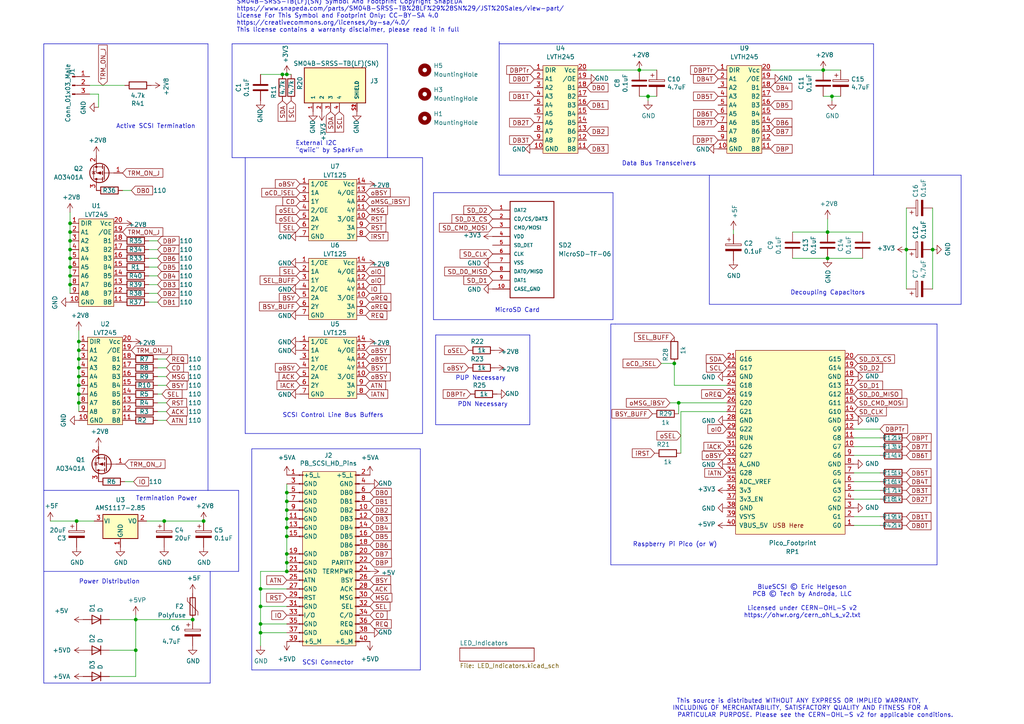
<source format=kicad_sch>
(kicad_sch (version 20231120) (generator "eeschema") (generator_version "8.0")
  (paper "A4")
  (title_block (title "BlueSCSI V2, PowerBook 2023_10a") (date "October 2023") (company "Tech by Androda, LLC"))
  (junction (at 75.565 183.515))
  (junction (at 22.225 151.13))
  (junction (at 270.51 72.39))
  (junction (at 39.37 188.595))
  (junction (at 22.86 111.76))
  (junction (at 20.32 64.77))
  (junction (at 187.96 27.94))
  (junction (at 22.86 114.3))
  (junction (at 240.03 74.93))
  (junction (at 20.32 69.85))
  (junction (at 55.88 179.705))
  (junction (at 39.37 179.705))
  (junction (at 22.86 101.6))
  (junction (at 83.185 21.59))
  (junction (at 240.03 67.31))
  (junction (at 20.32 77.47))
  (junction (at 195.58 105.41))
  (junction (at 22.86 116.84))
  (junction (at 83.185 145.415))
  (junction (at 81.915 21.59))
  (junction (at 83.185 142.875))
  (junction (at 83.185 155.575))
  (junction (at 22.86 104.14))
  (junction (at 20.32 67.31))
  (junction (at 83.185 160.655))
  (junction (at 185.42 20.32))
  (junction (at 59.055 151.13))
  (junction (at 238.76 20.32))
  (junction (at 22.86 99.06))
  (junction (at 47.625 151.13))
  (junction (at 262.89 72.39))
  (junction (at 20.32 72.39))
  (junction (at 75.565 175.895))
  (junction (at 83.185 147.955))
  (junction (at 83.185 165.735))
  (junction (at 75.565 170.815))
  (junction (at 196.85 116.84))
  (junction (at 241.3 27.94))
  (junction (at 83.185 163.195))
  (junction (at 20.32 82.55))
  (junction (at 75.565 180.975))
  (junction (at 22.86 109.22))
  (junction (at 83.185 153.035))
  (junction (at 20.32 74.93))
  (junction (at 20.32 80.01))
  (junction (at 83.185 150.495))
  (junction (at 22.86 106.68))
  (wire (pts (xy 194.31 116.84) (xy 196.85 116.84)))
  (wire (pts (xy 75.565 170.815) (xy 75.565 165.735)))
  (wire (pts (xy 185.42 20.32) (xy 170.18 20.32)))
  (polyline (pts (xy 12.7 142.24) (xy 12.7 165.735)))
  (polyline (pts (xy 278.765 50.8) (xy 253.365 50.8)))
  (wire (pts (xy 22.86 111.76) (xy 22.86 114.3)))
  (polyline (pts (xy 12.7 12.7) (xy 60.325 12.7)))
  (wire (pts (xy 83.185 153.035) (xy 83.185 155.575)))
  (polyline (pts (xy 12.7 165.735) (xy 12.7 198.12)))
  (wire (pts (xy 75.565 180.975) (xy 75.565 175.895)))
  (wire (pts (xy 75.565 170.815) (xy 75.565 175.895)))
  (wire (pts (xy 241.3 27.94) (xy 241.3 29.21)))
  (polyline (pts (xy 278.765 88.265) (xy 278.765 50.8)))
  (polyline (pts (xy 126.365 97.155) (xy 153.67 97.155)))
  (polyline (pts (xy 205.74 50.8) (xy 205.74 88.265)))
  (polyline (pts (xy 125.73 92.71) (xy 177.8 92.71)))
  (wire (pts (xy 75.565 183.515) (xy 75.565 180.975)))
  (wire (pts (xy 45.72 114.3) (xy 46.99 114.3)))
  (wire (pts (xy 238.76 27.94) (xy 241.3 27.94)))
  (wire (pts (xy 185.42 27.94) (xy 187.96 27.94)))
  (wire (pts (xy 270.51 72.39) (xy 270.51 83.82)))
  (polyline (pts (xy 177.165 93.98) (xy 178.435 93.98)))
  (wire (pts (xy 240.03 74.93) (xy 250.19 74.93)))
  (wire (pts (xy 229.87 67.31) (xy 240.03 67.31)))
  (wire (pts (xy 43.18 87.63) (xy 45.72 87.63)))
  (wire (pts (xy 20.32 77.47) (xy 20.32 80.01)))
  (wire (pts (xy 262.89 72.39) (xy 262.89 83.82)))
  (polyline (pts (xy 271.78 163.83) (xy 177.165 163.83)))
  (polyline (pts (xy 69.215 165.735) (xy 69.215 142.24)))
  (polyline (pts (xy 12.7 12.7) (xy 12.7 142.24)))
  (wire (pts (xy 20.32 72.39) (xy 20.32 74.93)))
  (wire (pts (xy 247.65 139.7) (xy 255.27 139.7)))
  (wire (pts (xy 270.51 60.325) (xy 270.51 72.39)))
  (wire (pts (xy 247.65 149.86) (xy 255.27 149.86)))
  (wire (pts (xy 75.565 165.735) (xy 83.185 165.735)))
  (wire (pts (xy 247.65 132.08) (xy 255.27 132.08)))
  (polyline (pts (xy 205.74 88.265) (xy 278.765 88.265)))
  (polyline (pts (xy 177.165 163.83) (xy 177.165 93.98)))
  (wire (pts (xy 48.26 109.22) (xy 45.72 109.22)))
  (wire (pts (xy 20.32 61.595) (xy 20.32 64.77)))
  (wire (pts (xy 197.485 131.445) (xy 197.485 119.38)))
  (wire (pts (xy 247.65 142.24) (xy 255.27 142.24)))
  (wire (pts (xy 83.185 183.515) (xy 75.565 183.515)))
  (wire (pts (xy 43.18 85.09) (xy 45.72 85.09)))
  (wire (pts (xy 31.75 188.595) (xy 39.37 188.595)))
  (wire (pts (xy 210.82 111.76) (xy 195.58 111.76)))
  (wire (pts (xy 14.605 151.13) (xy 22.225 151.13)))
  (polyline (pts (xy 126.365 97.155) (xy 126.365 123.19)))
  (wire (pts (xy 185.42 20.32) (xy 190.5 20.32)))
  (wire (pts (xy 191.77 105.41) (xy 195.58 105.41)))
  (polyline (pts (xy 71.12 125.73) (xy 122.555 125.73)))
  (polyline (pts (xy 12.7 165.735) (xy 69.215 165.735)))
  (wire (pts (xy 45.72 104.14) (xy 48.26 104.14)))
  (wire (pts (xy 75.565 175.895) (xy 83.185 175.895)))
  (polyline (pts (xy 125.73 55.88) (xy 177.8 55.88)))
  (wire (pts (xy 81.915 21.59) (xy 83.185 21.59)))
  (wire (pts (xy 20.32 69.85) (xy 20.32 72.39)))
  (wire (pts (xy 43.18 72.39) (xy 45.72 72.39)))
  (wire (pts (xy 38.735 139.7) (xy 36.195 139.7)))
  (wire (pts (xy 22.86 109.22) (xy 22.86 111.76)))
  (wire (pts (xy 75.565 183.515) (xy 75.565 187.325)))
  (wire (pts (xy 45.72 80.01) (xy 43.18 80.01)))
  (wire (pts (xy 28.575 27.305) (xy 28.575 31.115)))
  (wire (pts (xy 187.96 27.94) (xy 187.96 29.21)))
  (wire (pts (xy 45.72 82.55) (xy 43.18 82.55)))
  (wire (pts (xy 22.86 101.6) (xy 22.86 104.14)))
  (wire (pts (xy 195.58 111.76) (xy 195.58 105.41)))
  (wire (pts (xy 83.185 147.955) (xy 83.185 150.495)))
  (wire (pts (xy 212.725 66.675) (xy 212.725 67.945)))
  (wire (pts (xy 45.72 116.84) (xy 48.26 116.84)))
  (wire (pts (xy 36.195 24.765) (xy 26.035 24.765)))
  (wire (pts (xy 83.185 21.59) (xy 84.455 21.59)))
  (wire (pts (xy 196.85 116.84) (xy 210.82 116.84)))
  (polyline (pts (xy 125.73 55.88) (xy 125.73 92.71)))
  (polyline (pts (xy 73.025 194.31) (xy 121.92 194.31)))
  (polyline (pts (xy 69.215 142.24) (xy 60.325 142.24)))
  (polyline (pts (xy 144.78 12.065) (xy 144.78 50.8)))
  (polyline (pts (xy 67.31 12.7) (xy 67.31 45.72)))
  (wire (pts (xy 20.32 82.55) (xy 20.32 85.09)))
  (wire (pts (xy 83.185 170.815) (xy 75.565 170.815)))
  (wire (pts (xy 20.32 64.77) (xy 20.32 67.31)))
  (wire (pts (xy 22.86 104.14) (xy 22.86 106.68)))
  (polyline (pts (xy 121.92 130.175) (xy 73.025 130.175)))
  (wire (pts (xy 22.86 116.84) (xy 22.86 119.38)))
  (wire (pts (xy 20.32 67.31) (xy 20.32 69.85)))
  (wire (pts (xy 22.225 151.13) (xy 27.305 151.13)))
  (wire (pts (xy 83.185 145.415) (xy 83.185 147.955)))
  (wire (pts (xy 47.625 151.13) (xy 59.055 151.13)))
  (wire (pts (xy 83.185 142.875) (xy 83.185 145.415)))
  (wire (pts (xy 240.03 67.31) (xy 250.19 67.31)))
  (wire (pts (xy 39.37 178.435) (xy 39.37 179.705)))
  (wire (pts (xy 247.65 137.16) (xy 255.27 137.16)))
  (wire (pts (xy 31.75 179.705) (xy 39.37 179.705)))
  (polyline (pts (xy 121.92 194.31) (xy 121.92 130.175)))
  (wire (pts (xy 187.96 27.94) (xy 190.5 27.94)))
  (polyline (pts (xy 253.365 12.7) (xy 253.365 50.8)))
  (wire (pts (xy 38.1 55.245) (xy 35.56 55.245)))
  (polyline (pts (xy 126.365 123.19) (xy 153.67 123.19)))
  (polyline (pts (xy 71.12 45.72) (xy 71.12 125.73)))
  (polyline (pts (xy 12.7 198.12) (xy 60.96 198.12)))
  (wire (pts (xy 22.86 99.06) (xy 22.86 101.6)))
  (wire (pts (xy 42.545 151.13) (xy 47.625 151.13)))
  (wire (pts (xy 240.03 63.5) (xy 240.03 67.31)))
  (wire (pts (xy 262.89 60.325) (xy 262.89 72.39)))
  (wire (pts (xy 83.185 160.655) (xy 83.185 163.195)))
  (polyline (pts (xy 67.31 12.7) (xy 112.395 12.7)))
  (wire (pts (xy 196.85 120.015) (xy 196.85 116.84)))
  (wire (pts (xy 247.65 144.78) (xy 255.27 144.78)))
  (wire (pts (xy 48.26 111.76) (xy 45.72 111.76)))
  (wire (pts (xy 31.75 196.215) (xy 39.37 196.215)))
  (polyline (pts (xy 177.8 92.71) (xy 177.8 55.88)))
  (wire (pts (xy 43.18 77.47) (xy 45.72 77.47)))
  (wire (pts (xy 39.37 179.705) (xy 55.88 179.705)))
  (polyline (pts (xy 153.67 123.19) (xy 153.67 97.155)))
  (wire (pts (xy 83.185 180.975) (xy 75.565 180.975)))
  (wire (pts (xy 247.65 124.46) (xy 255.27 124.46)))
  (polyline (pts (xy 122.555 45.72) (xy 112.395 45.72)))
  (wire (pts (xy 247.65 129.54) (xy 255.27 129.54)))
  (wire (pts (xy 22.86 95.885) (xy 22.86 99.06)))
  (wire (pts (xy 39.37 188.595) (xy 39.37 179.705)))
  (wire (pts (xy 247.65 152.4) (xy 255.27 152.4)))
  (wire (pts (xy 43.18 69.85) (xy 45.72 69.85)))
  (polyline (pts (xy 60.325 142.24) (xy 60.325 12.7)))
  (polyline (pts (xy 73.025 130.175) (xy 73.025 194.31)))
  (polyline (pts (xy 122.555 125.73) (xy 122.555 45.72)))
  (polyline (pts (xy 271.78 93.98) (xy 271.78 163.83)))
  (wire (pts (xy 39.37 196.215) (xy 39.37 188.595)))
  (polyline (pts (xy 112.395 45.72) (xy 112.395 12.7)))
  (polyline (pts (xy 178.435 93.98) (xy 271.78 93.98)))
  (wire (pts (xy 20.32 74.93) (xy 20.32 77.47)))
  (wire (pts (xy 45.72 121.92) (xy 48.26 121.92)))
  (wire (pts (xy 22.86 106.68) (xy 22.86 109.22)))
  (wire (pts (xy 48.26 119.38) (xy 45.72 119.38)))
  (wire (pts (xy 247.65 127) (xy 255.27 127)))
  (wire (pts (xy 241.3 27.94) (xy 243.84 27.94)))
  (wire (pts (xy 83.185 150.495) (xy 83.185 153.035)))
  (wire (pts (xy 22.86 114.3) (xy 22.86 116.84)))
  (polyline (pts (xy 67.31 45.72) (xy 112.395 45.72)))
  (wire (pts (xy 197.485 119.38) (xy 210.82 119.38)))
  (polyline (pts (xy 144.78 12.7) (xy 253.365 12.7)))
  (wire (pts (xy 75.565 21.59) (xy 81.915 21.59)))
  (wire (pts (xy 238.76 20.32) (xy 243.84 20.32)))
  (wire (pts (xy 20.32 80.01) (xy 20.32 82.55)))
  (wire (pts (xy 83.185 140.335) (xy 83.185 142.875)))
  (polyline (pts (xy 12.7 142.24) (xy 60.325 142.24)))
  (wire (pts (xy 229.87 74.93) (xy 240.03 74.93)))
  (wire (pts (xy 45.72 106.68) (xy 48.26 106.68)))
  (polyline (pts (xy 253.365 50.8) (xy 144.78 50.8)))
  (wire (pts (xy 45.72 74.93) (xy 43.18 74.93)))
  (wire (pts (xy 83.185 155.575) (xy 83.185 160.655)))
  (wire (pts (xy 83.185 163.195) (xy 83.185 165.735)))
  (wire (pts (xy 26.035 27.305) (xy 28.575 27.305)))
  (wire (pts (xy 238.76 20.32) (xy 223.52 20.32)))
  (polyline (pts (xy 60.96 198.12) (xy 60.96 165.735)))
  (text "Power Distribution" (at 22.86 169.545 0) (effects (font (size 1.27 1.27)) (justify left bottom)))
  (text "BlueSCSI © Eric Helgeson\nPCB © Tech by Androda, LLC\n\nLicensed under CERN-OHL-S v2\nhttps://ohwr.org/cern_ohl_s_v2.txt" (at 232.664 174.498 0) (effects (font (size 1.27 1.27))))
  (text "SCSI Connector" (at 87.63 193.04 0) (effects (font (size 1.27 1.27)) (justify left bottom)))
  (text "Active SCSI Termination" (at 33.655 37.465 0) (effects (font (size 1.27 1.27)) (justify left bottom)))
  (text "PUP Necessary" (at 132.08 110.49 0) (effects (font (size 1.27 1.27)) (justify left bottom)))
  (text "MicroSD Card" (at 143.51 90.805 0) (effects (font (size 1.27 1.27)) (justify left bottom)))
  (text "Data Bus Transceivers" (at 180.34 48.26 0) (effects (font (size 1.27 1.27)) (justify left bottom)))
  (text "Decoupling Capacitors" (at 229.235 85.725 0) (effects (font (size 1.27 1.27)) (justify left bottom)))
  (text "SM04B-SRSS-TB(LF)(SN) Symbol And Footprint Copyright SnapEDA\nhttps://www.snapeda.com/parts/SM04B-SRSS-TB%28LF%29%28SN%29/JST%20Sales/view-part/\nLicense For This Symbol and Footprint Only: CC-BY-SA 4.0\nhttps://creativecommons.org/licenses/by-sa/4.0/\nThis license contains a warranty disclaimer, please read it in full" (at 68.58 9.525 0) (effects (font (size 1.27 1.27)) (justify left bottom)))
  (text "This source is distributed WITHOUT ANY EXPRESS OR IMPLIED WARRANTY,          \nINCLUDING OF MERCHANTABILITY, SATISFACTORY QUALITY AND FITNESS FOR A         \nPARTICULAR PURPOSE. Please see the CERN-OHL-S v2 for applicable conditions.\n\nAs per CERN-OHL-S v2 section 4, should You produce hardware based on this    \nsource, You must where practicable maintain the Source Location visible      \non the external case of the Device or other products you make using this source.  \n" (at 236.474 209.55 0) (effects (font (size 1.27 1.27))))
  (text "PDN Necessary" (at 132.715 118.11 0) (effects (font (size 1.27 1.27)) (justify left bottom)))
  (text "External I2C\n\"qwiic\" by SparkFun" (at 85.725 44.45 0) (effects (font (size 1.27 1.27)) (justify left bottom)))
  (text "Raspberry Pi Pico (or W)" (at 183.515 158.75 0) (effects (font (size 1.27 1.27)) (justify left bottom)))
  (text "Termination Power" (at 39.37 145.415 0) (effects (font (size 1.27 1.27)) (justify left bottom)))
  (text "SCSI Control Line Bus Buffers" (at 81.915 121.285 0) (effects (font (size 1.27 1.27)) (justify left bottom)))
  (global_label "RST" (shape input) (at 48.26 116.84 0) (property "Intersheetrefs" "${INTERSHEET_REFS}" (effects (hide yes))))
  (global_label "oSEL" (shape input) (at 135.89 101.6 180) (property "Intersheetrefs" "${INTERSHEET_REFS}" (effects (hide yes))))
  (global_label "TRM_ON_J" (shape input) (at 29.845 24.765 90) (property "Intersheetrefs" "${INTERSHEET_REFS}" (effects (hide yes))))
  (global_label "MSG" (shape input) (at 106.045 60.96 0) (property "Intersheetrefs" "${INTERSHEET_REFS}" (effects (hide yes))))
  (global_label "SEL" (shape input) (at 46.99 114.3 0) (property "Intersheetrefs" "${INTERSHEET_REFS}" (effects (hide yes))))
  (global_label "SD_D1" (shape input) (at 142.875 81.28 180) (property "Intersheetrefs" "${INTERSHEET_REFS}" (effects (hide yes))))
  (global_label "oBSY" (shape input) (at 106.045 55.88 0) (property "Intersheetrefs" "${INTERSHEET_REFS}" (effects (hide yes))))
  (global_label "SD_CLK" (shape input) (at 142.875 73.66 180) (property "Intersheetrefs" "${INTERSHEET_REFS}" (effects (hide yes))))
  (global_label "MSG" (shape input) (at 107.315 173.355 0) (property "Intersheetrefs" "${INTERSHEET_REFS}" (effects (hide yes))))
  (global_label "oIO" (shape input) (at 106.045 78.74 0) (property "Intersheetrefs" "${INTERSHEET_REFS}" (effects (hide yes))))
  (global_label "SCL" (shape input) (at 84.455 29.21 270) (property "Intersheetrefs" "${INTERSHEET_REFS}" (effects (hide yes))))
  (global_label "DB1" (shape input) (at 170.18 30.48 0) (property "Intersheetrefs" "${INTERSHEET_REFS}" (effects (hide yes))))
  (global_label "REQ" (shape input) (at 106.045 91.44 0) (property "Intersheetrefs" "${INTERSHEET_REFS}" (effects (hide yes))))
  (global_label "CD" (shape input) (at 86.995 58.42 180) (property "Intersheetrefs" "${INTERSHEET_REFS}" (effects (hide yes))))
  (global_label "DB1" (shape input) (at 45.72 87.63 0) (property "Intersheetrefs" "${INTERSHEET_REFS}" (effects (hide yes))))
  (global_label "DB4" (shape input) (at 107.315 153.035 0) (property "Intersheetrefs" "${INTERSHEET_REFS}" (effects (hide yes))))
  (global_label "DB1T" (shape input) (at 262.89 149.86 0) (property "Intersheetrefs" "${INTERSHEET_REFS}" (effects (hide yes))))
  (global_label "DB2T" (shape input) (at 154.94 35.56 180) (property "Intersheetrefs" "${INTERSHEET_REFS}" (effects (hide yes))))
  (global_label "oREQ" (shape input) (at 106.045 86.36 0) (property "Intersheetrefs" "${INTERSHEET_REFS}" (effects (hide yes))))
  (global_label "oIO" (shape input) (at 106.045 81.28 0) (property "Intersheetrefs" "${INTERSHEET_REFS}" (effects (hide yes))))
  (global_label "oIO" (shape input) (at 210.82 124.46 180) (property "Intersheetrefs" "${INTERSHEET_REFS}" (effects (hide yes))))
  (global_label "DB7T" (shape input) (at 208.28 35.56 180) (property "Intersheetrefs" "${INTERSHEET_REFS}" (effects (hide yes))))
  (global_label "oBSY" (shape input) (at 106.045 104.14 0) (property "Intersheetrefs" "${INTERSHEET_REFS}" (effects (hide yes))))
  (global_label "DB3" (shape input) (at 45.72 82.55 0) (property "Intersheetrefs" "${INTERSHEET_REFS}" (effects (hide yes))))
  (global_label "DBPTr" (shape input) (at 136.525 114.3 180) (property "Intersheetrefs" "${INTERSHEET_REFS}" (effects (hide yes))))
  (global_label "SEL_BUFF" (shape input) (at 195.58 97.79 180) (property "Intersheetrefs" "${INTERSHEET_REFS}" (effects (hide yes))))
  (global_label "oMSG_iBSY" (shape input) (at 106.045 58.42 0) (property "Intersheetrefs" "${INTERSHEET_REFS}" (effects (hide yes))))
  (global_label "CD" (shape input) (at 48.26 106.68 0) (property "Intersheetrefs" "${INTERSHEET_REFS}" (effects (hide yes))))
  (global_label "SDA" (shape input) (at 95.885 32.385 270) (property "Intersheetrefs" "${INTERSHEET_REFS}" (effects (hide yes))))
  (global_label "DBP" (shape input) (at 107.315 163.195 0) (property "Intersheetrefs" "${INTERSHEET_REFS}" (effects (hide yes))))
  (global_label "BSY" (shape input) (at 106.045 106.68 0) (property "Intersheetrefs" "${INTERSHEET_REFS}" (effects (hide yes))))
  (global_label "REQ" (shape input) (at 48.26 104.14 0) (property "Intersheetrefs" "${INTERSHEET_REFS}" (effects (hide yes))))
  (global_label "ACK" (shape input) (at 86.995 109.22 180) (property "Intersheetrefs" "${INTERSHEET_REFS}" (effects (hide yes))))
  (global_label "iRST" (shape input) (at 106.045 68.58 0) (property "Intersheetrefs" "${INTERSHEET_REFS}" (effects (hide yes))))
  (global_label "oBSY" (shape input) (at 86.995 53.34 180) (property "Intersheetrefs" "${INTERSHEET_REFS}" (effects (hide yes))))
  (global_label "DB4" (shape input) (at 223.52 25.4 0) (property "Intersheetrefs" "${INTERSHEET_REFS}" (effects (hide yes))))
  (global_label "DBP" (shape input) (at 45.72 69.85 0) (property "Intersheetrefs" "${INTERSHEET_REFS}" (effects (hide yes))))
  (global_label "DB7" (shape input) (at 107.315 160.655 0) (property "Intersheetrefs" "${INTERSHEET_REFS}" (effects (hide yes))))
  (global_label "RST" (shape input) (at 106.045 66.04 0) (property "Intersheetrefs" "${INTERSHEET_REFS}" (effects (hide yes))))
  (global_label "oBSY" (shape input) (at 86.995 106.68 180) (property "Intersheetrefs" "${INTERSHEET_REFS}" (effects (hide yes))))
  (global_label "REQ" (shape input) (at 107.315 180.975 0) (property "Intersheetrefs" "${INTERSHEET_REFS}" (effects (hide yes))))
  (global_label "DBPTr" (shape input) (at 154.94 20.32 180) (property "Intersheetrefs" "${INTERSHEET_REFS}" (effects (hide yes))))
  (global_label "IO" (shape input) (at 83.185 178.435 180) (property "Intersheetrefs" "${INTERSHEET_REFS}" (effects (hide yes))))
  (global_label "oBSY" (shape input) (at 106.045 101.6 0) (property "Intersheetrefs" "${INTERSHEET_REFS}" (effects (hide yes))))
  (global_label "DB7T" (shape input) (at 262.89 129.54 0) (property "Intersheetrefs" "${INTERSHEET_REFS}" (effects (hide yes))))
  (global_label "RST" (shape input) (at 106.045 63.5 0) (property "Intersheetrefs" "${INTERSHEET_REFS}" (effects (hide yes))))
  (global_label "DB7" (shape input) (at 45.72 72.39 0) (property "Intersheetrefs" "${INTERSHEET_REFS}" (effects (hide yes))))
  (global_label "SD_D0_MISO" (shape input) (at 247.65 114.3 0) (property "Intersheetrefs" "${INTERSHEET_REFS}" (effects (hide yes))))
  (global_label "DB2" (shape input) (at 45.72 85.09 0) (property "Intersheetrefs" "${INTERSHEET_REFS}" (effects (hide yes))))
  (global_label "DB5T" (shape input) (at 208.28 27.94 180) (property "Intersheetrefs" "${INTERSHEET_REFS}" (effects (hide yes))))
  (global_label "SEL" (shape input) (at 107.315 175.895 0) (property "Intersheetrefs" "${INTERSHEET_REFS}" (effects (hide yes))))
  (global_label "DB5" (shape input) (at 223.52 30.48 0) (property "Intersheetrefs" "${INTERSHEET_REFS}" (effects (hide yes))))
  (global_label "DB4" (shape input) (at 45.72 80.01 0) (property "Intersheetrefs" "${INTERSHEET_REFS}" (effects (hide yes))))
  (global_label "DB2" (shape input) (at 170.18 38.1 0) (property "Intersheetrefs" "${INTERSHEET_REFS}" (effects (hide yes))))
  (global_label "oSEL" (shape input) (at 86.995 63.5 180) (property "Intersheetrefs" "${INTERSHEET_REFS}" (effects (hide yes))))
  (global_label "ATN" (shape input) (at 83.185 168.275 180) (property "Intersheetrefs" "${INTERSHEET_REFS}" (effects (hide yes))))
  (global_label "DB5" (shape input) (at 45.72 77.47 0) (property "Intersheetrefs" "${INTERSHEET_REFS}" (effects (hide yes))))
  (global_label "SD_D3_CS" (shape input) (at 247.65 104.14 0) (property "Intersheetrefs" "${INTERSHEET_REFS}" (effects (hide yes))))
  (global_label "CD" (shape input) (at 107.315 178.435 0) (property "Intersheetrefs" "${INTERSHEET_REFS}" (effects (hide yes))))
  (global_label "oMSG_iBSY" (shape input) (at 194.31 116.84 180) (property "Intersheetrefs" "${INTERSHEET_REFS}" (effects (hide yes))))
  (global_label "TRM_ON_J" (shape input) (at 35.56 50.165 0) (property "Intersheetrefs" "${INTERSHEET_REFS}" (effects (hide yes))))
  (global_label "BSY" (shape input) (at 86.995 86.36 180) (property "Intersheetrefs" "${INTERSHEET_REFS}" (effects (hide yes))))
  (global_label "DB6" (shape input) (at 107.315 158.115 0) (property "Intersheetrefs" "${INTERSHEET_REFS}" (effects (hide yes))))
  (global_label "oREQ" (shape input) (at 210.82 114.3 180) (property "Intersheetrefs" "${INTERSHEET_REFS}" (effects (hide yes))))
  (global_label "SD_CMD_MOSI" (shape input) (at 142.875 66.04 180) (property "Intersheetrefs" "${INTERSHEET_REFS}" (effects (hide yes))))
  (global_label "DB3" (shape input) (at 170.18 43.18 0) (property "Intersheetrefs" "${INTERSHEET_REFS}" (effects (hide yes))))
  (global_label "SEL" (shape input) (at 86.995 66.04 180) (property "Intersheetrefs" "${INTERSHEET_REFS}" (effects (hide yes))))
  (global_label "DB0T" (shape input) (at 154.94 22.86 180) (property "Intersheetrefs" "${INTERSHEET_REFS}" (effects (hide yes))))
  (global_label "BSY" (shape input) (at 48.26 111.76 0) (property "Intersheetrefs" "${INTERSHEET_REFS}" (effects (hide yes))))
  (global_label "DBPTr" (shape input) (at 255.27 124.46 0) (property "Intersheetrefs" "${INTERSHEET_REFS}" (effects (hide yes))))
  (global_label "SCL" (shape input) (at 98.425 32.385 270) (property "Intersheetrefs" "${INTERSHEET_REFS}" (effects (hide yes))))
  (global_label "oCD_iSEL" (shape input) (at 86.995 55.88 180) (property "Intersheetrefs" "${INTERSHEET_REFS}" (effects (hide yes))))
  (global_label "SD_CMD_MOSI" (shape input) (at 247.65 116.84 0) (property "Intersheetrefs" "${INTERSHEET_REFS}" (effects (hide yes))))
  (global_label "iRST" (shape input) (at 189.865 131.445 180) (property "Intersheetrefs" "${INTERSHEET_REFS}" (effects (hide yes))))
  (global_label "SEL_BUFF" (shape input) (at 86.995 81.28 180) (property "Intersheetrefs" "${INTERSHEET_REFS}" (effects (hide yes))))
  (global_label "DB6T" (shape input) (at 262.89 132.08 0) (property "Intersheetrefs" "${INTERSHEET_REFS}" (effects (hide yes))))
  (global_label "DB6T" (shape input) (at 208.28 33.02 180) (property "Intersheetrefs" "${INTERSHEET_REFS}" (effects (hide yes))))
  (global_label "SDA" (shape input) (at 81.915 29.21 270) (property "Intersheetrefs" "${INTERSHEET_REFS}" (effects (hide yes))))
  (global_label "iACK" (shape input) (at 86.995 111.76 180) (property "Intersheetrefs" "${INTERSHEET_REFS}" (effects (hide yes))))
  (global_label "iATN" (shape input) (at 210.82 137.16 180) (property "Intersheetrefs" "${INTERSHEET_REFS}" (effects (hide yes))))
  (global_label "MSG" (shape input) (at 48.26 109.22 0) (property "Intersheetrefs" "${INTERSHEET_REFS}" (effects (hide yes))))
  (global_label "SD_D1" (shape input) (at 247.65 111.76 0) (property "Intersheetrefs" "${INTERSHEET_REFS}" (effects (hide yes))))
  (global_label "ACK" (shape input) (at 48.26 119.38 0) (property "Intersheetrefs" "${INTERSHEET_REFS}" (effects (hide yes))))
  (global_label "SCL" (shape input) (at 210.82 106.68 180) (property "Intersheetrefs" "${INTERSHEET_REFS}" (effects (hide yes))))
  (global_label "DB5" (shape input) (at 107.315 155.575 0) (property "Intersheetrefs" "${INTERSHEET_REFS}" (effects (hide yes))))
  (global_label "DB5T" (shape input) (at 262.89 137.16 0) (property "Intersheetrefs" "${INTERSHEET_REFS}" (effects (hide yes))))
  (global_label "oSEL" (shape input) (at 86.995 60.96 180) (property "Intersheetrefs" "${INTERSHEET_REFS}" (effects (hide yes))))
  (global_label "SD_D0_MISO" (shape input) (at 142.875 78.74 180) (property "Intersheetrefs" "${INTERSHEET_REFS}" (effects (hide yes))))
  (global_label "DBPT" (shape input) (at 208.28 40.64 180) (property "Intersheetrefs" "${INTERSHEET_REFS}" (effects (hide yes))))
  (global_label "SD_D2" (shape input) (at 247.65 106.68 0) (property "Intersheetrefs" "${INTERSHEET_REFS}" (effects (hide yes))))
  (global_label "oREQ" (shape input) (at 106.045 88.9 0) (property "Intersheetrefs" "${INTERSHEET_REFS}" (effects (hide yes))))
  (global_label "DB3" (shape input) (at 107.315 150.495 0) (property "Intersheetrefs" "${INTERSHEET_REFS}" (effects (hide yes))))
  (global_label "SD_CLK" (shape input) (at 247.65 119.38 0) (property "Intersheetrefs" "${INTERSHEET_REFS}" (effects (hide yes))))
  (global_label "DB2T" (shape input) (at 262.89 144.78 0) (property "Intersheetrefs" "${INTERSHEET_REFS}" (effects (hide yes))))
  (global_label "oCD_iSEL" (shape input) (at 191.77 105.41 180) (property "Intersheetrefs" "${INTERSHEET_REFS}" (effects (hide yes))))
  (global_label "SD_D3_CS" (shape input) (at 142.875 63.5 180) (property "Intersheetrefs" "${INTERSHEET_REFS}" (effects (hide yes))))
  (global_label "oBSY" (shape input) (at 210.82 132.08 180) (property "Intersheetrefs" "${INTERSHEET_REFS}" (effects (hide yes))))
  (global_label "DB0" (shape input) (at 170.18 25.4 0) (property "Intersheetrefs" "${INTERSHEET_REFS}" (effects (hide yes))))
  (global_label "TRM_ON_J" (shape input) (at 35.56 67.31 0) (property "Intersheetrefs" "${INTERSHEET_REFS}" (effects (hide yes))))
  (global_label "BSY_BUFF" (shape input) (at 86.995 88.9 180) (property "Intersheetrefs" "${INTERSHEET_REFS}" (effects (hide yes))))
  (global_label "DB0" (shape input) (at 38.1 55.245 0) (property "Intersheetrefs" "${INTERSHEET_REFS}" (effects (hide yes))))
  (global_label "DB3T" (shape input) (at 262.89 142.24 0) (property "Intersheetrefs" "${INTERSHEET_REFS}" (effects (hide yes))))
  (global_label "DB1T" (shape input) (at 154.94 27.94 180) (property "Intersheetrefs" "${INTERSHEET_REFS}" (effects (hide yes))))
  (global_label "oBSY" (shape input) (at 135.89 106.68 180) (property "Intersheetrefs" "${INTERSHEET_REFS}" (effects (hide yes))))
  (global_label "DB6" (shape input) (at 223.52 35.56 0) (property "Intersheetrefs" "${INTERSHEET_REFS}" (effects (hide yes))))
  (global_label "IO" (shape input) (at 38.735 139.7 0) (property "Intersheetrefs" "${INTERSHEET_REFS}" (effects (hide yes))))
  (global_label "SEL" (shape input) (at 86.995 78.74 180) (property "Intersheetrefs" "${INTERSHEET_REFS}" (effects (hide yes))))
  (global_label "SDA" (shape input) (at 210.82 104.14 180) (property "Intersheetrefs" "${INTERSHEET_REFS}" (effects (hide yes))))
  (global_label "iATN" (shape input) (at 106.045 114.3 0) (property "Intersheetrefs" "${INTERSHEET_REFS}" (effects (hide yes))))
  (global_label "RST" (shape input) (at 83.185 173.355 180) (property "Intersheetrefs" "${INTERSHEET_REFS}" (effects (hide yes))))
  (global_label "DBPT" (shape input) (at 262.89 127 0) (property "Intersheetrefs" "${INTERSHEET_REFS}" (effects (hide yes))))
  (global_label "TRM_ON_J" (shape input) (at 38.1 101.6 0) (property "Intersheetrefs" "${INTERSHEET_REFS}" (effects (hide yes))))
  (global_label "oSEL" (shape input) (at 197.485 126.365 180) (property "Intersheetrefs" "${INTERSHEET_REFS}" (effects (hide yes))))
  (global_label "DB6" (shape input) (at 45.72 74.93 0) (property "Intersheetrefs" "${INTERSHEET_REFS}" (effects (hide yes))))
  (global_label "ACK" (shape input) (at 107.315 170.815 0) (property "Intersheetrefs" "${INTERSHEET_REFS}" (effects (hide yes))))
  (global_label "DB4T" (shape input) (at 262.89 139.7 0) (property "Intersheetrefs" "${INTERSHEET_REFS}" (effects (hide yes))))
  (global_label "BSY_BUFF" (shape input) (at 189.23 120.015 180) (property "Intersheetrefs" "${INTERSHEET_REFS}" (effects (hide yes))))
  (global_label "DB3T" (shape input) (at 154.94 40.64 180) (property "Intersheetrefs" "${INTERSHEET_REFS}" (effects (hide yes))))
  (global_label "oBSY" (shape input) (at 106.045 109.22 0) (property "Intersheetrefs" "${INTERSHEET_REFS}" (effects (hide yes))))
  (global_label "BSY" (shape input) (at 107.315 168.275 0) (property "Intersheetrefs" "${INTERSHEET_REFS}" (effects (hide yes))))
  (global_label "DB0" (shape input) (at 107.315 142.875 0) (property "Intersheetrefs" "${INTERSHEET_REFS}" (effects (hide yes))))
  (global_label "DB7" (shape input) (at 223.52 38.1 0) (property "Intersheetrefs" "${INTERSHEET_REFS}" (effects (hide yes))))
  (global_label "SD_D2" (shape input) (at 142.875 60.96 180) (property "Intersheetrefs" "${INTERSHEET_REFS}" (effects (hide yes))))
  (global_label "DBPTr" (shape input) (at 208.28 20.32 180) (property "Intersheetrefs" "${INTERSHEET_REFS}" (effects (hide yes))))
  (global_label "DB4T" (shape input) (at 208.28 22.86 180) (property "Intersheetrefs" "${INTERSHEET_REFS}" (effects (hide yes))))
  (global_label "DB2" (shape input) (at 107.315 147.955 0) (property "Intersheetrefs" "${INTERSHEET_REFS}" (effects (hide yes))))
  (global_label "TRM_ON_J" (shape input) (at 36.195 134.62 0) (property "Intersheetrefs" "${INTERSHEET_REFS}" (effects (hide yes))))
  (global_label "iACK" (shape input) (at 210.82 129.54 180) (property "Intersheetrefs" "${INTERSHEET_REFS}" (effects (hide yes))))
  (global_label "IO" (shape input) (at 106.045 83.82 0) (property "Intersheetrefs" "${INTERSHEET_REFS}" (effects (hide yes))))
  (global_label "DB0T" (shape input) (at 262.89 152.4 0) (property "Intersheetrefs" "${INTERSHEET_REFS}" (effects (hide yes))))
  (global_label "DB1" (shape input) (at 107.315 145.415 0) (property "Intersheetrefs" "${INTERSHEET_REFS}" (effects (hide yes))))
  (global_label "ATN" (shape input) (at 106.045 111.76 0) (property "Intersheetrefs" "${INTERSHEET_REFS}" (effects (hide yes))))
  (global_label "DBP" (shape input) (at 223.52 43.18 0) (property "Intersheetrefs" "${INTERSHEET_REFS}" (effects (hide yes))))
  (global_label "ATN" (shape input) (at 48.26 121.92 0) (property "Intersheetrefs" "${INTERSHEET_REFS}" (effects (hide yes))))
  (symbol (lib_id "Regulator_Linear:AMS1117CD-2.85") (at 34.925 151.13 0) (unit 1)
    (property "Reference" "U3" (at 34.925 144.9832 0))
    (property "Value" "AMS1117-2.85" (at 34.925 147.2946 0))
    (property "Footprint" "Package_TO_SOT_SMD:SOT-223-3_TabPin2" (effects (hide yes)))
    (property "Datasheet" "http://www.advanced-monolithic.com/pdf/ds1117.pdf" (effects (hide yes)))
  )
  (symbol (lib_id "power:GND") (at 34.925 158.75 0) (unit 1)
    (property "Reference" "#PWR012" (effects (hide yes)))
    (property "Value" "GND" (at 35.052 163.1442 0))
  )
  (symbol (lib_id "power:+2V8") (at 59.055 151.13 0) (unit 1)
    (property "Reference" "#PWR015" (effects (hide yes)))
    (property "Value" "+2V8" (at 59.436 146.7358 0))
  )
  (symbol (lib_id "Device:CP") (at 47.625 154.94 0) (unit 1)
    (property "Reference" "C4" (at 50.6222 153.7716 0) (effects (justify left)))
    (property "Value" "20uF" (at 50.6222 156.083 0) (effects (justify left)))
    (property "Footprint" "Capacitor_SMD:C_1206_3216Metric_Pad1.42x1.75mm_HandSolder" (effects (hide yes)))
  )
  (symbol (lib_id "Device:CP") (at 22.225 154.94 0) (unit 1)
    (property "Reference" "C3" (at 19.2278 156.1084 0) (effects (justify right)))
    (property "Value" "20uF" (at 19.2278 153.797 0) (effects (justify right)))
    (property "Footprint" "Capacitor_SMD:C_1206_3216Metric_Pad1.42x1.75mm_HandSolder" (effects (hide yes)))
  )
  (symbol (lib_id "power:GND") (at 22.225 158.75 0) (unit 1)
    (property "Reference" "#PWR07" (effects (hide yes)))
    (property "Value" "GND" (at 22.352 163.1442 0))
  )
  (symbol (lib_id "power:GND") (at 47.625 158.75 0) (unit 1)
    (property "Reference" "#PWR013" (effects (hide yes)))
    (property "Value" "GND" (at 47.752 163.1442 0))
  )
  (symbol (lib_id "custom_symbols:+5V_TPWR") (at 24.13 179.705 90) (unit 1)
    (property "Reference" "#PWR019" (effects (hide yes)))
    (property "Value" "+5V" (at 17.78 177.165 90))
  )
  (symbol (lib_id "power:+3V3") (at 210.82 142.24 90) (unit 1)
    (property "Reference" "#PWR047" (effects (hide yes)))
    (property "Value" "+3V3" (at 207.5688 141.859 90) (effects (justify left)))
  )
  (symbol (lib_id "power:+5VP") (at 210.82 152.4 90) (unit 1)
    (property "Reference" "#PWR036" (effects (hide yes)))
    (property "Value" "+5VP" (at 207.5688 152.019 90) (effects (justify left)))
  )
  (symbol (lib_id "power:+5F") (at 14.605 151.13 0) (unit 1)
    (property "Reference" "#PWR06" (effects (hide yes)))
    (property "Value" "+5F" (at 14.986 146.7358 0))
  )
  (symbol (lib_id "power:+5F") (at 55.88 172.085 0) (unit 1)
    (property "Reference" "#PWR027" (effects (hide yes)))
    (property "Value" "+5F" (at 56.261 167.6908 0))
  )
  (symbol (lib_id "power:+5VP") (at 39.37 178.435 0) (unit 1)
    (property "Reference" "#PWR025" (effects (hide yes)))
    (property "Value" "+5VP" (at 39.751 174.0408 0))
  )
  (symbol (lib_id "custom_symbols:BlackSCSI") (at 229.87 156.21 180) (unit 1)
    (property "Reference" "RP1" (at 229.87 160.02 0))
    (property "Value" "Pico_Footprint" (at 229.87 157.48 0))
    (property "Footprint" "Library:Raspberry_Pi_PicoW_SMT_THT" (effects (hide yes)))
  )
  (symbol (lib_id "power:GND") (at 210.82 134.62 270) (unit 1)
    (property "Reference" "#PWR037" (effects (hide yes)))
    (property "Value" "GND" (at 207.5688 134.747 90) (effects (justify right)))
  )
  (symbol (lib_id "power:GND") (at 59.055 158.75 0) (unit 1)
    (property "Reference" "#PWR016" (effects (hide yes)))
    (property "Value" "GND" (at 59.182 163.1442 0))
  )
  (symbol (lib_id "Device:CP") (at 59.055 154.94 0) (unit 1)
    (property "Reference" "C5" (at 62.0522 153.7716 0) (effects (justify left)))
    (property "Value" "0.1uF" (at 62.0522 156.083 0) (effects (justify left)))
    (property "Footprint" "Capacitor_SMD:C_0805_2012Metric_Pad1.15x1.40mm_HandSolder" (effects (hide yes)))
  )
  (symbol (lib_id "power:GND") (at 212.725 75.565 0) (unit 1)
    (property "Reference" "#PWR05" (effects (hide yes)))
    (property "Value" "GND" (at 212.852 79.9592 0))
  )
  (symbol (lib_id "Device:CP") (at 212.725 71.755 0) (unit 1)
    (property "Reference" "C2" (at 215.7222 70.5866 0) (effects (justify left)))
    (property "Value" "0.1uF" (at 215.7222 72.898 0) (effects (justify left)))
    (property "Footprint" "Capacitor_SMD:C_0805_2012Metric_Pad1.15x1.40mm_HandSolder" (effects (hide yes)))
  )
  (symbol (lib_id "Device:D") (at 27.94 179.705 180) (unit 1)
    (property "Reference" "D1" (at 26.7716 177.673 90) (effects (justify right)))
    (property "Value" "D" (at 29.083 177.673 90) (effects (justify right)))
    (property "Footprint" "Diode_SMD:D_SMA" (effects (hide yes)))
  )
  (symbol (lib_id "power:GND") (at 55.88 187.325 0) (unit 1)
    (property "Reference" "#PWR018" (effects (hide yes)))
    (property "Value" "GND" (at 56.007 191.7192 0))
  )
  (symbol (lib_id "Device:CP") (at 55.88 183.515 0) (unit 1)
    (property "Reference" "C6" (at 49.53 182.245 0) (effects (justify left)))
    (property "Value" "4.7uF" (at 46.99 186.055 0) (effects (justify left)))
    (property "Footprint" "Capacitor_SMD:C_0805_2012Metric_Pad1.15x1.40mm_HandSolder" (effects (hide yes)))
  )
  (symbol (lib_id "power:+3V3") (at 262.89 72.39 90) (unit 1)
    (property "Reference" "#PWR048" (effects (hide yes)))
    (property "Value" "+3V3" (at 259.6388 72.009 90) (effects (justify left)))
  )
  (symbol (lib_id "power:GND") (at 270.51 72.39 90) (unit 1)
    (property "Reference" "#PWR050" (effects (hide yes)))
    (property "Value" "GND" (at 274.9042 72.263 0))
  )
  (symbol (lib_id "Device:CP") (at 266.7 72.39 90) (unit 1)
    (property "Reference" "C12" (at 265.5316 69.3928 0) (effects (justify left)))
    (property "Value" "0.1uF" (at 267.843 69.3928 0) (effects (justify left)))
    (property "Footprint" "Capacitor_SMD:C_0805_2012Metric" (effects (hide yes)))
  )
  (symbol (lib_id "Connector:Conn_01x03_Male") (at 20.955 24.765 0) (unit 1)
    (property "Reference" "J1" (at 20.955 19.685 90) (effects (justify right)))
    (property "Value" "Conn_01x03_Male" (at 19.685 18.415 90) (effects (justify right)))
    (property "Footprint" "Connector_PinHeader_2.54mm:PinHeader_1x03_P2.54mm_Vertical" (effects (hide yes)))
  )
  (symbol (lib_id "power:GND") (at 28.575 31.115 270) (unit 1)
    (property "Reference" "#PWR04" (effects (hide yes)))
    (property "Value" "GND" (at 24.1808 31.242 0))
  )
  (symbol (lib_id "New_Library:LVT245") (at 215.9 16.51 0) (unit 1)
    (property "Reference" "U9" (at 215.9 13.97 0))
    (property "Value" "LVTH245" (at 215.9 16.51 0))
    (property "Footprint" "Package_SO:TSSOP-20_4.4x6.5mm_P0.65mm" (effects (hide yes)))
  )
  (symbol (lib_id "Device:R") (at 40.005 24.765 90) (unit 1)
    (property "Reference" "R41" (at 40.005 30.0228 90))
    (property "Value" "4.7k" (at 40.005 27.7114 90))
    (property "Footprint" "Resistor_SMD:R_0603_1608Metric_Pad0.98x0.95mm_HandSolder" (effects (hide yes)))
  )
  (symbol (lib_id "Device:R") (at 84.455 25.4 0) (unit 1)
    (property "Reference" "R20" (at 86.995 24.13 90))
    (property "Value" "4.7k" (at 84.455 25.4 90))
    (property "Footprint" "Resistor_SMD:R_0603_1608Metric" (effects (hide yes)))
  )
  (symbol (lib_id "power:GND") (at 241.3 29.21 0) (unit 1)
    (property "Reference" "#PWR022" (effects (hide yes)))
    (property "Value" "GND" (at 241.427 33.6042 0))
  )
  (symbol (lib_id "power:+3V3") (at 142.875 68.58 90) (unit 1)
    (property "Reference" "#PWR0101" (effects (hide yes)))
    (property "Value" "+3V3" (at 139.6238 68.199 90) (effects (justify left)))
  )
  (symbol (lib_id "power:+2V8") (at 38.1 99.06 270) (unit 1)
    (property "Reference" "#PWR030" (effects (hide yes)))
    (property "Value" "+2V8" (at 42.4942 99.441 90))
  )
  (symbol (lib_id "power:+5VD") (at 83.185 186.055 180) (unit 1)
    (property "Reference" "#PWR038" (effects (hide yes)))
    (property "Value" "+5VD" (at 83.185 191.135 0))
  )
  (symbol (lib_id "Mechanical:MountingHole") (at 123.19 27.305 0) (unit 1)
    (property "Reference" "H3" (at 125.73 26.0349 0) (effects (justify left)))
    (property "Value" "MountingHole" (at 125.73 28.5749 0) (effects (justify left)))
    (property "Footprint" "MountingHole:MountingHole_3.2mm_M3" (effects (hide yes)))
  )
  (symbol (lib_id "power:GND") (at 210.82 109.22 270) (unit 1)
    (property "Reference" "#PWR061" (effects (hide yes)))
    (property "Value" "GND" (at 207.5688 109.347 90) (effects (justify right)))
  )
  (symbol (lib_id "power:GND") (at 142.875 76.2 270) (unit 1)
    (property "Reference" "#PWR0103" (effects (hide yes)))
    (property "Value" "GND" (at 139.6238 76.327 90) (effects (justify right)))
  )
  (symbol (lib_id "Mechanical:MountingHole") (at 123.19 34.29 0) (unit 1)
    (property "Reference" "H1" (at 125.73 33.0199 0) (effects (justify left)))
    (property "Value" "MountingHole" (at 125.73 35.5599 0) (effects (justify left)))
    (property "Footprint" "MountingHole:MountingHole_3.2mm_M3" (effects (hide yes)))
  )
  (symbol (lib_id "Device:CP") (at 266.7 60.325 90) (unit 1)
    (property "Reference" "C16" (at 265.5316 57.3278 0) (effects (justify left)))
    (property "Value" "0.1uF" (at 267.843 57.3278 0) (effects (justify left)))
    (property "Footprint" "Capacitor_SMD:C_0805_2012Metric" (effects (hide yes)))
  )
  (symbol (lib_id "power:GND") (at 86.995 91.44 270) (unit 1)
    (property "Reference" "#PWR033" (effects (hide yes)))
    (property "Value" "GND" (at 82.6008 91.567 90))
  )
  (symbol (lib_id "Device:R") (at 39.37 82.55 90) (unit 1)
    (property "Reference" "R39" (at 41.275 82.55 90) (effects (justify left)))
    (property "Value" "110" (at 55.88 82.55 90) (effects (justify left)))
    (property "Footprint" "Resistor_SMD:R_0603_1608Metric_Pad0.98x0.95mm_HandSolder" (effects (hide yes)))
  )
  (symbol (lib_id "Device:R") (at 193.675 131.445 90) (unit 1)
    (property "Reference" "R21" (at 192.405 128.905 90))
    (property "Value" "1k" (at 193.675 133.985 90))
    (property "Footprint" "Resistor_SMD:R_0603_1608Metric" (effects (hide yes)))
  )
  (symbol (lib_id "New_Library:SM04B-SRSS-TB(LF)(SN)") (at 95.885 24.765 90) (unit 1)
    (property "Reference" "J3" (at 107.315 23.4949 90) (effects (justify right)))
    (property "Value" "SM04B-SRSS-TB(LF)(SN)" (at 85.09 18.415 90) (effects (justify right)))
    (property "Footprint" "Library:JST_SM04B-SRSS-TB(LF)(SN)" (effects (hide yes)))
    (property "STANDARD" "Manufacturer recommendations" (effects (hide yes)))
    (property "MP" "SM04B-SRSS-TB(LF)(SN)" (effects (hide yes)))
  )
  (symbol (lib_id "power:GND") (at 247.65 109.22 90) (unit 1)
    (property "Reference" "#PWR064" (effects (hide yes)))
    (property "Value" "GND" (at 250.9012 109.093 90) (effects (justify right)))
  )
  (symbol (lib_id "Device:R") (at 39.37 72.39 90) (unit 1)
    (property "Reference" "R34" (at 41.275 72.39 90) (effects (justify left)))
    (property "Value" "110" (at 55.88 72.39 90) (effects (justify left)))
    (property "Footprint" "Resistor_SMD:R_0603_1608Metric_Pad0.98x0.95mm_HandSolder" (effects (hide yes)))
  )
  (symbol (lib_id "Device:R") (at 259.08 132.08 90) (unit 1)
    (property "Reference" "R14" (at 257.81 132.08 90))
    (property "Value" "1k" (at 260.35 132.08 90))
    (property "Footprint" "Resistor_SMD:R_0402_1005Metric_Pad0.72x0.64mm_HandSolder" (effects (hide yes)))
  )
  (symbol (lib_id "power:+2V8") (at 28.575 129.54 0) (unit 1)
    (property "Reference" "#PWR032" (effects (hide yes)))
    (property "Value" "+2V8" (at 28.956 125.1458 0))
  )
  (symbol (lib_id "Device:CP") (at 243.84 24.13 0) (unit 1)
    (property "Reference" "C15" (at 246.8372 22.9616 0) (effects (justify left)))
    (property "Value" "4.7uF" (at 246.8372 25.273 0) (effects (justify left)))
    (property "Footprint" "Capacitor_SMD:C_0805_2012Metric_Pad1.18x1.45mm_HandSolder" (effects (hide yes)))
  )
  (symbol (lib_id "power:GND") (at 223.52 22.86 90) (unit 1)
    (property "Reference" "#PWR020" (effects (hide yes)))
    (property "Value" "GND" (at 227.9142 22.733 90))
  )
  (symbol (lib_id "Device:R") (at 193.04 120.015 90) (unit 1)
    (property "Reference" "R29" (at 193.04 120.015 90))
    (property "Value" "1k" (at 193.04 122.555 90))
    (property "Footprint" "Resistor_SMD:R_0603_1608Metric_Pad0.98x0.95mm_HandSolder" (effects (hide yes)))
  )
  (symbol (lib_id "Device:R") (at 41.91 111.76 90) (unit 1)
    (property "Reference" "R10" (at 43.815 111.76 90) (effects (justify left)))
    (property "Value" "110" (at 58.42 111.76 90) (effects (justify left)))
    (property "Footprint" "Resistor_SMD:R_0603_1608Metric_Pad0.98x0.95mm_HandSolder" (effects (hide yes)))
  )
  (symbol (lib_id "Device:R") (at 41.91 104.14 90) (unit 1)
    (property "Reference" "R7" (at 43.18 104.14 90) (effects (justify left)))
    (property "Value" "110" (at 58.42 104.14 90) (effects (justify left)))
    (property "Footprint" "Resistor_SMD:R_0603_1608Metric_Pad0.98x0.95mm_HandSolder" (effects (hide yes)))
  )
  (symbol (lib_id "power:+5VA") (at 83.185 137.795 0) (unit 1)
    (property "Reference" "#PWR035" (effects (hide yes)))
    (property "Value" "+5VA" (at 83.185 132.715 0))
  )
  (symbol (lib_id "Device:R") (at 39.37 87.63 90) (unit 1)
    (property "Reference" "R37" (at 41.275 87.63 90) (effects (justify left)))
    (property "Value" "110" (at 55.88 87.63 90) (effects (justify left)))
    (property "Footprint" "Resistor_SMD:R_0603_1608Metric_Pad0.98x0.95mm_HandSolder" (effects (hide yes)))
  )
  (symbol (lib_id "power:GND") (at 210.82 147.32 270) (unit 1)
    (property "Reference" "#PWR063" (effects (hide yes)))
    (property "Value" "GND" (at 207.5688 147.447 90) (effects (justify right)))
  )
  (symbol (lib_id "power:+3V3") (at 93.345 32.385 0) (mirror x) (unit 1)
    (property "Reference" "#PWR0109" (effects (hide yes)))
    (property "Value" "+3V3" (at 93.726 35.6362 90) (effects (justify left)))
  )
  (symbol (lib_id "power:+2V8") (at 240.03 63.5 0) (unit 1)
    (property "Reference" "#PWR055" (effects (hide yes)))
    (property "Value" "+2V8" (at 240.411 59.1058 0))
  )
  (symbol (lib_id "New_Library:LVT245") (at 30.48 95.25 0) (unit 1)
    (property "Reference" "U2" (at 30.48 93.98 0))
    (property "Value" "LVT245" (at 30.48 96.52 0))
    (property "Footprint" "Package_SO:TSSOP-20_4.4x6.5mm_P0.65mm" (effects (hide yes)))
  )
  (symbol (lib_id "Device:R") (at 259.08 129.54 90) (unit 1)
    (property "Reference" "R13" (at 257.81 129.54 90))
    (property "Value" "1k" (at 260.35 129.54 90))
    (property "Footprint" "Resistor_SMD:R_0402_1005Metric_Pad0.72x0.64mm_HandSolder" (effects (hide yes)))
  )
  (symbol (lib_id "power:GND") (at 86.995 99.06 270) (unit 1)
    (property "Reference" "#PWR0111" (effects (hide yes)))
    (property "Value" "GND" (at 82.6008 99.187 90))
  )
  (symbol (lib_id "Device:R") (at 259.08 152.4 90) (unit 1)
    (property "Reference" "R42" (at 257.81 152.4 90))
    (property "Value" "1k" (at 260.35 152.4 90))
    (property "Footprint" "Resistor_SMD:R_0402_1005Metric_Pad0.72x0.64mm_HandSolder" (effects (hide yes)))
  )
  (symbol (lib_id "power:GND") (at 86.995 76.2 270) (unit 1)
    (property "Reference" "#PWR028" (effects (hide yes)))
    (property "Value" "GND" (at 82.6008 76.327 90))
  )
  (symbol (lib_id "power:GND") (at 86.995 101.6 270) (unit 1)
    (property "Reference" "#PWR0112" (effects (hide yes)))
    (property "Value" "GND" (at 82.6008 101.727 90))
  )
  (symbol (lib_id "power:GND") (at 187.96 29.21 0) (unit 1)
    (property "Reference" "#PWR010" (effects (hide yes)))
    (property "Value" "GND" (at 188.087 33.6042 0))
  )
  (symbol (lib_id "Device:R") (at 140.335 114.3 90) (unit 1)
    (property "Reference" "R25" (at 139.065 111.76 90))
    (property "Value" "1k" (at 140.335 114.3 90))
    (property "Footprint" "Resistor_SMD:R_0603_1608Metric_Pad0.98x0.95mm_HandSolder" (effects (hide yes)))
  )
  (symbol (lib_id "Device:R") (at 41.91 121.92 90) (unit 1)
    (property "Reference" "R2" (at 42.545 121.92 90) (effects (justify left)))
    (property "Value" "110" (at 58.42 121.92 90) (effects (justify left)))
    (property "Footprint" "Resistor_SMD:R_0603_1608Metric_Pad0.98x0.95mm_HandSolder" (effects (hide yes)))
  )
  (symbol (lib_id "Device:R") (at 41.91 119.38 90) (unit 1)
    (property "Reference" "R3" (at 43.18 119.38 90) (effects (justify left)))
    (property "Value" "110" (at 58.42 119.38 90) (effects (justify left)))
    (property "Footprint" "Resistor_SMD:R_0603_1608Metric_Pad0.98x0.95mm_HandSolder" (effects (hide yes)))
  )
  (symbol (lib_id "power:+5VD") (at 24.13 188.595 90) (unit 1)
    (property "Reference" "#PWR014" (effects (hide yes)))
    (property "Value" "+5VD" (at 15.24 188.595 90) (effects (justify right)))
  )
  (symbol (lib_id "Transistor_FET:AO3401A") (at 30.48 50.165 180) (unit 1)
    (property "Reference" "Q2" (at 24.13 48.8949 0) (effects (justify left)))
    (property "Value" "AO3401A" (at 24.13 51.4349 0) (effects (justify left)))
    (property "Footprint" "Package_TO_SOT_SMD:SOT-23" (effects (hide yes)))
    (property "Datasheet" "http://www.aosmd.com/pdfs/datasheet/AO3401A.pdf" (effects (hide yes)))
  )
  (symbol (lib_id "power:+2V8") (at 106.045 99.06 270) (unit 1)
    (property "Reference" "#PWR053" (effects (hide yes)))
    (property "Value" "+2V8" (at 110.4392 99.441 90))
  )
  (symbol (lib_id "power:GND") (at 20.32 87.63 270) (unit 1)
    (property "Reference" "#PWR046" (effects (hide yes)))
    (property "Value" "GND" (at 15.9258 87.757 0))
  )
  (symbol (lib_id "power:+5VD") (at 107.315 186.055 180) (unit 1)
    (property "Reference" "#PWR045" (effects (hide yes)))
    (property "Value" "+5VD" (at 107.315 191.135 0))
  )
  (symbol (lib_id "Device:R") (at 259.08 149.86 90) (unit 1)
    (property "Reference" "R19" (at 257.81 149.86 90))
    (property "Value" "1k" (at 260.35 149.86 90))
    (property "Footprint" "Resistor_SMD:R_0402_1005Metric_Pad0.72x0.64mm_HandSolder" (effects (hide yes)))
  )
  (symbol (lib_id "power:GND") (at 144.145 114.3 90) (unit 1)
    (property "Reference" "#PWR0106" (effects (hide yes)))
    (property "Value" "GND" (at 148.5392 114.173 90))
  )
  (symbol (lib_id "Device:R") (at 39.37 80.01 90) (unit 1)
    (property "Reference" "R40" (at 41.275 80.01 90) (effects (justify left)))
    (property "Value" "110" (at 55.88 80.01 90) (effects (justify left)))
    (property "Footprint" "Resistor_SMD:R_0603_1608Metric_Pad0.98x0.95mm_HandSolder" (effects (hide yes)))
  )
  (symbol (lib_id "power:+2V8") (at 143.51 106.68 270) (unit 1)
    (property "Reference" "#PWR039" (effects (hide yes)))
    (property "Value" "+2V8" (at 147.9042 107.061 90))
  )
  (symbol (lib_id "Device:R") (at 41.91 114.3 90) (unit 1)
    (property "Reference" "R5" (at 43.18 114.3 90) (effects (justify left)))
    (property "Value" "110" (at 58.42 114.3 90) (effects (justify left)))
    (property "Footprint" "Resistor_SMD:R_0603_1608Metric_Pad0.98x0.95mm_HandSolder" (effects (hide yes)))
  )
  (symbol (lib_id "power:GND") (at 247.65 134.62 90) (unit 1)
    (property "Reference" "#PWR066" (effects (hide yes)))
    (property "Value" "GND" (at 250.9012 134.493 90) (effects (justify right)))
  )
  (symbol (lib_id "Device:R") (at 41.91 116.84 90) (unit 1)
    (property "Reference" "R4" (at 43.18 116.84 90) (effects (justify left)))
    (property "Value" "110" (at 58.42 116.84 90) (effects (justify left)))
    (property "Footprint" "Resistor_SMD:R_0603_1608Metric_Pad0.98x0.95mm_HandSolder" (effects (hide yes)))
  )
  (symbol (lib_id "Device:R") (at 259.08 139.7 90) (unit 1)
    (property "Reference" "R16" (at 257.81 139.7 90))
    (property "Value" "1k" (at 260.35 139.7 90))
    (property "Footprint" "Resistor_SMD:R_0402_1005Metric_Pad0.72x0.64mm_HandSolder" (effects (hide yes)))
  )
  (symbol (lib_id "power:+5F") (at 212.725 66.675 0) (unit 1)
    (property "Reference" "#PWR0116" (effects (hide yes)))
    (property "Value" "+5F" (at 213.106 63.4238 90) (effects (justify left)))
  )
  (symbol (lib_id "power:+2V8") (at 143.51 101.6 270) (unit 1)
    (property "Reference" "#PWR040" (effects (hide yes)))
    (property "Value" "+2V8" (at 147.9042 101.981 90))
  )
  (symbol (lib_id "Device:R") (at 139.7 101.6 90) (unit 1)
    (property "Reference" "R22" (at 138.43 99.06 90))
    (property "Value" "1k" (at 139.7 101.6 90))
    (property "Footprint" "Resistor_SMD:R_0603_1608Metric_Pad0.98x0.95mm_HandSolder" (effects (hide yes)))
  )
  (symbol (lib_id "Device:R") (at 259.08 144.78 90) (unit 1)
    (property "Reference" "R18" (at 257.81 144.78 90))
    (property "Value" "1k" (at 260.35 144.78 90))
    (property "Footprint" "Resistor_SMD:R_0402_1005Metric_Pad0.72x0.64mm_HandSolder" (effects (hide yes)))
  )
  (symbol (lib_id "power:GND") (at 86.995 83.82 270) (unit 1)
    (property "Reference" "#PWR031" (effects (hide yes)))
    (property "Value" "GND" (at 82.6008 83.947 90))
  )
  (symbol (lib_id "power:GND") (at 240.03 74.93 0) (unit 1)
    (property "Reference" "#PWR056" (effects (hide yes)))
    (property "Value" "GND" (at 240.157 78.1812 90) (effects (justify right)))
  )
  (symbol (lib_id "New_Library:LVT125") (at 97.155 73.66 0) (unit 1)
    (property "Reference" "U6" (at 97.155 71.12 0))
    (property "Value" "LVT125" (at 97.155 73.66 0))
    (property "Footprint" "Package_SO:TSSOP-14_4.4x5mm_P0.65mm" (effects (hide yes)))
  )
  (symbol (lib_id "power:GND") (at 75.565 29.21 0) (mirror y) (unit 1)
    (property "Reference" "#PWR0105" (effects (hide yes)))
    (property "Value" "GND" (at 75.438 33.6042 90))
  )
  (symbol (lib_id "power:GND") (at 86.995 68.58 270) (unit 1)
    (property "Reference" "#PWR057" (effects (hide yes)))
    (property "Value" "GND" (at 82.6008 68.707 90))
  )
  (symbol (lib_id "Device:C") (at 229.87 71.12 180) (unit 1)
    (property "Reference" "C9" (at 223.4692 71.12 90))
    (property "Value" "0.1uF" (at 225.7806 71.12 90))
    (property "Footprint" "Capacitor_SMD:C_0805_2012Metric_Pad1.18x1.45mm_HandSolder" (effects (hide yes)))
  )
  (symbol (lib_id "Device:R") (at 31.75 55.245 90) (unit 1)
    (property "Reference" "R36" (at 33.655 55.245 90) (effects (justify left)))
    (property "Value" "110" (at 48.26 55.245 90) (effects (justify left)))
    (property "Footprint" "Resistor_SMD:R_0603_1608Metric_Pad0.98x0.95mm_HandSolder" (effects (hide yes)))
  )
  (symbol (lib_id "power:GND") (at 107.315 140.335 90) (unit 1)
    (property "Reference" "#PWR042" (effects (hide yes)))
    (property "Value" "GND" (at 111.7092 140.208 90))
  )
  (symbol (lib_id "Transistor_FET:AO3401A") (at 31.115 134.62 180) (unit 1)
    (property "Reference" "Q1" (at 24.765 133.3499 0) (effects (justify left)))
    (property "Value" "AO3401A" (at 24.765 135.8899 0) (effects (justify left)))
    (property "Footprint" "Package_TO_SOT_SMD:SOT-23" (effects (hide yes)))
    (property "Datasheet" "http://www.aosmd.com/pdfs/datasheet/AO3401A.pdf" (effects (hide yes)))
  )
  (symbol (lib_id "power:+2V8") (at 238.76 20.32 0) (unit 1)
    (property "Reference" "#PWR021" (effects (hide yes)))
    (property "Value" "+2V8" (at 239.141 15.9258 0))
  )
  (symbol (lib_id "Device:R") (at 259.08 142.24 90) (unit 1)
    (property "Reference" "R17" (at 257.81 142.24 90))
    (property "Value" "1k" (at 260.35 142.24 90))
    (property "Footprint" "Resistor_SMD:R_0402_1005Metric_Pad0.72x0.64mm_HandSolder" (effects (hide yes)))
  )
  (symbol (lib_id "Device:R") (at 139.7 106.68 90) (unit 1)
    (property "Reference" "R23" (at 138.43 104.14 90))
    (property "Value" "1k" (at 139.7 106.68 90))
    (property "Footprint" "Resistor_SMD:R_0603_1608Metric_Pad0.98x0.95mm_HandSolder" (effects (hide yes)))
  )
  (symbol (lib_id "power:GND") (at 154.94 43.18 270) (unit 1)
    (property "Reference" "#PWR02" (effects (hide yes)))
    (property "Value" "GND" (at 150.5458 43.307 90))
  )
  (symbol (lib_id "power:+2V8") (at 22.86 95.885 0) (unit 1)
    (property "Reference" "#PWR01" (effects (hide yes)))
    (property "Value" "+2V8" (at 23.241 91.4908 0))
  )
  (symbol (lib_id "New_Library:MicroSD-TF-06") (at 142.875 60.96 0) (unit 1)
    (property "Reference" "SD2" (at 161.925 71.1199 0) (effects (justify left)))
    (property "Value" "MicroSD-TF-06" (at 161.925 73.6599 0) (effects (justify left)))
    (property "Footprint" "Library:TF-06_MicroSD" (effects (hide yes)))
    (property "MANUFACTURER_PART_NUMBER" "C693844" (effects (hide yes)))
  )
  (symbol (lib_id "power:GND") (at 170.18 22.86 90) (unit 1)
    (property "Reference" "#PWR08" (effects (hide yes)))
    (property "Value" "GND" (at 174.5742 22.733 90))
  )
  (symbol (lib_id "power:+2V8") (at 35.56 64.77 270) (unit 1)
    (property "Reference" "#PWR029" (effects (hide yes)))
    (property "Value" "+2V8" (at 39.9542 65.151 90))
  )
  (symbol (lib_id "Device:R") (at 259.08 137.16 90) (unit 1)
    (property "Reference" "R15" (at 257.81 137.16 90))
    (property "Value" "1k" (at 260.35 137.16 90))
    (property "Footprint" "Resistor_SMD:R_0402_1005Metric_Pad0.72x0.64mm_HandSolder" (effects (hide yes)))
  )
  (symbol (lib_id "Device:R") (at 41.91 106.68 90) (unit 1)
    (property "Reference" "R8" (at 43.18 106.68 90) (effects (justify left)))
    (property "Value" "110" (at 58.42 106.68 90) (effects (justify left)))
    (property "Footprint" "Resistor_SMD:R_0603_1608Metric_Pad0.98x0.95mm_HandSolder" (effects (hide yes)))
  )
  (symbol (lib_id "power:GND") (at 247.65 147.32 90) (unit 1)
    (property "Reference" "#PWR067" (effects (hide yes)))
    (property "Value" "GND" (at 250.9012 147.193 90) (effects (justify right)))
  )
  (symbol (lib_id "Device:R") (at 195.58 101.6 180) (unit 1)
    (property "Reference" "R28" (at 193.04 102.87 90))
    (property "Value" "1k" (at 198.12 101.6 90))
    (property "Footprint" "Resistor_SMD:R_0603_1608Metric_Pad0.98x0.95mm_HandSolder" (effects (hide yes)))
  )
  (symbol (lib_id "power:GND") (at 210.82 121.92 270) (unit 1)
    (property "Reference" "#PWR062" (effects (hide yes)))
    (property "Value" "GND" (at 207.5688 122.047 90) (effects (justify right)))
  )
  (symbol (lib_id "Device:R") (at 32.385 139.7 90) (unit 1)
    (property "Reference" "R6" (at 33.655 139.7 90) (effects (justify left)))
    (property "Value" "110" (at 46.99 139.7 90) (effects (justify left)))
    (property "Footprint" "Resistor_SMD:R_0603_1608Metric_Pad0.98x0.95mm_HandSolder" (effects (hide yes)))
  )
  (symbol (lib_id "power:+5VA") (at 24.13 196.215 90) (unit 1)
    (property "Reference" "#PWR017" (effects (hide yes)))
    (property "Value" "+5VA" (at 15.24 196.215 90) (effects (justify right)))
  )
  (symbol (lib_id "Device:C") (at 240.03 71.12 180) (unit 1)
    (property "Reference" "C13" (at 233.6292 71.12 90))
    (property "Value" "0.1uF" (at 235.9406 71.12 90))
    (property "Footprint" "Capacitor_SMD:C_0805_2012Metric_Pad1.18x1.45mm_HandSolder" (effects (hide yes)))
  )
  (symbol (lib_id "Device:C") (at 75.565 25.4 180) (unit 1)
    (property "Reference" "C1" (at 69.1642 25.4 90))
    (property "Value" "0.1uF" (at 71.4756 25.4 90))
    (property "Footprint" "Capacitor_SMD:C_0805_2012Metric_Pad1.18x1.45mm_HandSolder" (effects (hide yes)))
  )
  (symbol (lib_id "Device:C") (at 250.19 71.12 180) (unit 1)
    (property "Reference" "C14" (at 243.7892 71.12 90))
    (property "Value" "0.1uF" (at 246.1006 71.12 90))
    (property "Footprint" "Capacitor_SMD:C_0805_2012Metric_Pad1.18x1.45mm_HandSolder" (effects (hide yes)))
  )
  (symbol (lib_id "New_Library:LVT125") (at 97.155 96.52 0) (unit 1)
    (property "Reference" "U5" (at 97.155 93.98 0))
    (property "Value" "LVT125" (at 97.155 96.52 0))
    (property "Footprint" "Package_SO:TSSOP-14_4.4x5mm_P0.65mm" (effects (hide yes)))
  )
  (symbol (lib_id "power:GND") (at 75.565 187.325 0) (unit 1)
    (property "Reference" "#PWR026" (effects (hide yes)))
    (property "Value" "GND" (at 75.692 191.7192 0))
  )
  (symbol (lib_id "Device:D") (at 27.94 188.595 180) (unit 1)
    (property "Reference" "D2" (at 26.7716 186.563 90) (effects (justify right)))
    (property "Value" "D" (at 29.083 186.563 90) (effects (justify right)))
    (property "Footprint" "Diode_SMD:D_SMA" (effects (hide yes)))
  )
  (symbol (lib_id "Device:Polyfuse") (at 55.88 175.895 0) (unit 1)
    (property "Reference" "F2" (at 50.8 175.895 0) (effects (justify left)))
    (property "Value" "Polyfuse" (at 45.72 178.435 0) (effects (justify left)))
    (property "Footprint" "Fuse:Fuse_0805_2012Metric_Pad1.15x1.40mm_HandSolder" (effects (hide yes)))
  )
  (symbol (lib_id "Device:R") (at 81.915 25.4 180) (unit 1)
    (property "Reference" "R11" (at 79.375 26.67 90))
    (property "Value" "4.7k" (at 81.915 25.4 90))
    (property "Footprint" "Resistor_SMD:R_0603_1608Metric" (effects (hide yes)))
  )
  (symbol (lib_id "Device:R") (at 39.37 74.93 90) (unit 1)
    (property "Reference" "R33" (at 41.275 74.93 90) (effects (justify left)))
    (property "Value" "110" (at 55.88 74.93 90) (effects (justify left)))
    (property "Footprint" "Resistor_SMD:R_0603_1608Metric_Pad0.98x0.95mm_HandSolder" (effects (hide yes)))
  )
  (symbol (lib_id "Mechanical:MountingHole") (at 123.19 20.32 0) (unit 1)
    (property "Reference" "H5" (at 125.73 19.0499 0) (effects (justify left)))
    (property "Value" "MountingHole" (at 125.73 21.5899 0) (effects (justify left)))
    (property "Footprint" "MountingHole:MountingHole_3.2mm_M3" (effects (hide yes)))
  )
  (symbol (lib_id "power:GND") (at 86.995 114.3 270) (unit 1)
    (property "Reference" "#PWR024" (effects (hide yes)))
    (property "Value" "GND" (at 82.6008 114.427 90))
  )
  (symbol (lib_id "Device:C") (at 185.42 24.13 0) (unit 1)
    (property "Reference" "C8" (at 179.0192 24.13 90))
    (property "Value" "0.1uF" (at 181.3306 24.13 90))
    (property "Footprint" "Capacitor_SMD:C_0805_2012Metric_Pad1.18x1.45mm_HandSolder" (effects (hide yes)))
  )
  (symbol (lib_id "Device:CP") (at 190.5 24.13 0) (unit 1)
    (property "Reference" "C10" (at 193.4972 22.9616 0) (effects (justify left)))
    (property "Value" "4.7uF" (at 193.4972 25.273 0) (effects (justify left)))
    (property "Footprint" "Capacitor_SMD:C_0805_2012Metric_Pad1.18x1.45mm_HandSolder" (effects (hide yes)))
  )
  (symbol (lib_id "power:GND") (at 103.505 32.385 0) (mirror y) (unit 1)
    (property "Reference" "#PWR0108" (effects (hide yes)))
    (property "Value" "GND" (at 103.378 36.7792 90))
  )
  (symbol (lib_id "power:+2V8") (at 185.42 20.32 0) (unit 1)
    (property "Reference" "#PWR09" (effects (hide yes)))
    (property "Value" "+2V8" (at 185.801 15.9258 0))
  )
  (symbol (lib_id "power:GND") (at 22.86 121.92 270) (unit 1)
    (property "Reference" "#PWR023" (effects (hide yes)))
    (property "Value" "GND" (at 18.415 121.92 0))
  )
  (symbol (lib_id "New_Library:LVT125") (at 97.155 50.8 0) (unit 1)
    (property "Reference" "U7" (at 97.155 48.26 0))
    (property "Value" "LVT125" (at 97.155 50.8 0))
    (property "Footprint" "Package_SO:TSSOP-14_4.4x5mm_P0.65mm" (effects (hide yes)))
  )
  (symbol (lib_id "Device:R") (at 39.37 85.09 90) (unit 1)
    (property "Reference" "R38" (at 41.275 85.09 90) (effects (justify left)))
    (property "Value" "110" (at 55.88 85.09 90) (effects (justify left)))
    (property "Footprint" "Resistor_SMD:R_0603_1608Metric_Pad0.98x0.95mm_HandSolder" (effects (hide yes)))
  )
  (symbol (lib_id "power:+2V8") (at 106.045 53.34 270) (unit 1)
    (property "Reference" "#PWR060" (effects (hide yes)))
    (property "Value" "+2V8" (at 110.4392 53.721 90))
  )
  (symbol (lib_id "Device:C") (at 238.76 24.13 0) (unit 1)
    (property "Reference" "C11" (at 232.3592 24.13 90))
    (property "Value" "0.1uF" (at 234.6706 24.13 90))
    (property "Footprint" "Capacitor_SMD:C_0805_2012Metric_Pad1.18x1.45mm_HandSolder" (effects (hide yes)))
  )
  (symbol (lib_id "power:GND") (at 90.805 32.385 0) (mirror y) (unit 1)
    (property "Reference" "#PWR0107" (effects (hide yes)))
    (property "Value" "GND" (at 90.678 36.7792 90))
  )
  (symbol (lib_id "Device:CP") (at 266.7 83.82 90) (unit 1)
    (property "Reference" "C7" (at 265.5316 80.8228 0) (effects (justify left)))
    (property "Value" "4.7uF" (at 267.843 80.8228 0) (effects (justify left)))
    (property "Footprint" "Capacitor_SMD:C_0805_2012Metric" (effects (hide yes)))
  )
  (symbol (lib_id "Device:R") (at 39.37 77.47 90) (unit 1)
    (property "Reference" "R1" (at 40.64 77.47 90) (effects (justify left)))
    (property "Value" "110" (at 55.88 77.47 90) (effects (justify left)))
    (property "Footprint" "Resistor_SMD:R_0603_1608Metric_Pad0.98x0.95mm_HandSolder" (effects (hide yes)))
  )
  (symbol (lib_id "power:+2V8") (at 20.32 61.595 0) (unit 1)
    (property "Reference" "#PWR0117" (effects (hide yes)))
    (property "Value" "+2V8" (at 20.701 57.2008 0))
  )
  (symbol (lib_id "power:+2V8") (at 27.94 45.085 0) (unit 1)
    (property "Reference" "#PWR034" (effects (hide yes)))
    (property "Value" "+2V8" (at 28.321 40.6908 0))
  )
  (symbol (lib_id "power:+2V8") (at 106.045 76.2 270) (unit 1)
    (property "Reference" "#PWR054" (effects (hide yes)))
    (property "Value" "+2V8" (at 110.4392 76.581 90))
  )
  (symbol (lib_id "Device:R") (at 39.37 69.85 90) (unit 1)
    (property "Reference" "R35" (at 41.275 69.85 90) (effects (justify left)))
    (property "Value" "110" (at 55.88 69.85 90) (effects (justify left)))
    (property "Footprint" "Resistor_SMD:R_0603_1608Metric_Pad0.98x0.95mm_HandSolder" (effects (hide yes)))
  )
  (symbol (lib_id "power:GND") (at 107.315 183.515 90) (unit 1)
    (property "Reference" "#PWR044" (effects (hide yes)))
    (property "Value" "GND" (at 111.7092 183.388 90))
  )
  (symbol (lib_id "power:+3V3") (at 83.185 21.59 0) (mirror y) (unit 1)
    (property "Reference" "#PWR0110" (effects (hide yes)))
    (property "Value" "+3V3" (at 82.804 18.3388 90) (effects (justify left)))
  )
  (symbol (lib_id "power:+2V8") (at 43.815 24.765 270) (unit 1)
    (property "Reference" "#PWR058" (effects (hide yes)))
    (property "Value" "+2V8" (at 48.2092 25.146 0))
  )
  (symbol (lib_id "custom_symbols:PB_SCSI_HD_Pins") (at 95.885 161.925 0) (unit 1)
    (property "Reference" "J2" (at 95.25 132.08 0))
    (property "Value" "PB_SCSI_HD_Pins" (at 95.25 134.3914 0))
    (property "Footprint" "Library:PowerBook_SCSI_40Pin_UpsideDown" (effects (hide yes)))
  )
  (symbol (lib_id "Device:R") (at 259.08 127 90) (unit 1)
    (property "Reference" "R12" (at 257.81 127 90))
    (property "Value" "1k" (at 260.35 127 90))
    (property "Footprint" "Resistor_SMD:R_0402_1005Metric_Pad0.72x0.64mm_HandSolder" (effects (hide yes)))
  )
  (symbol (lib_id "New_Library:LVT245") (at 27.94 60.96 0) (unit 1)
    (property "Reference" "U1" (at 27.94 59.69 0))
    (property "Value" "LVT245" (at 27.94 62.23 0))
    (property "Footprint" "Package_SO:TSSOP-20_4.4x6.5mm_P0.65mm" (effects (hide yes)))
  )
  (symbol (lib_id "power:+5VA") (at 107.315 137.795 0) (unit 1)
    (property "Reference" "#PWR041" (effects (hide yes)))
    (property "Value" "+5VA" (at 107.315 132.715 0))
  )
  (symbol (lib_id "New_Library:LVT245") (at 162.56 16.51 0) (unit 1)
    (property "Reference" "U4" (at 162.56 13.97 0))
    (property "Value" "LVTH245" (at 162.56 16.51 0))
    (property "Footprint" "Package_SO:TSSOP-20_4.4x6.5mm_P0.65mm" (effects (hide yes)))
  )
  (symbol (lib_id "power:GND") (at 247.65 121.92 90) (unit 1)
    (property "Reference" "#PWR065" (effects (hide yes)))
    (property "Value" "GND" (at 250.9012 121.793 90) (effects (justify right)))
  )
  (symbol (lib_id "Device:D") (at 27.94 196.215 180) (unit 1)
    (property "Reference" "D3" (at 26.7716 194.183 90) (effects (justify right)))
    (property "Value" "D" (at 29.083 194.183 90) (effects (justify right)))
    (property "Footprint" "Diode_SMD:D_SMA" (effects (hide yes)))
  )
  (symbol (lib_id "Device:R") (at 41.91 109.22 90) (unit 1)
    (property "Reference" "R9" (at 43.18 109.22 90) (effects (justify left)))
    (property "Value" "110" (at 58.42 109.22 90) (effects (justify left)))
    (property "Footprint" "Resistor_SMD:R_0603_1608Metric_Pad0.98x0.95mm_HandSolder" (effects (hide yes)))
  )
  (symbol (lib_id "power:GND") (at 142.875 83.82 270) (unit 1)
    (property "Reference" "#PWR0102" (effects (hide yes)))
    (property "Value" "GND" (at 139.6238 83.947 90) (effects (justify right)))
  )
  (symbol (lib_id "power:GND") (at 208.28 43.18 270) (unit 1)
    (property "Reference" "#PWR011" (effects (hide yes)))
    (property "Value" "GND" (at 203.8858 43.307 90))
  )
  (symbol (lib_id "custom_symbols:+5V_TPWR") (at 107.315 165.735 270) (unit 1)
    (property "Reference" "#PWR043" (effects (hide yes)))
    (property "Value" "+5V" (at 110.5662 166.116 90) (effects (justify left)))
  )
  (sheet (at 133.35 187.96) (size 21.59 3.81) (stroke (width 0.1524))
    (property "Sheetname" "LED_Indicators" (at 133.35 187.2484 0) (effects (justify left bottom)))
    (property "Sheetfile" "LED_Indicators.kicad_sch" (at 133.35 192.3546 0) (effects (justify left top)))
  )
)
</source>
